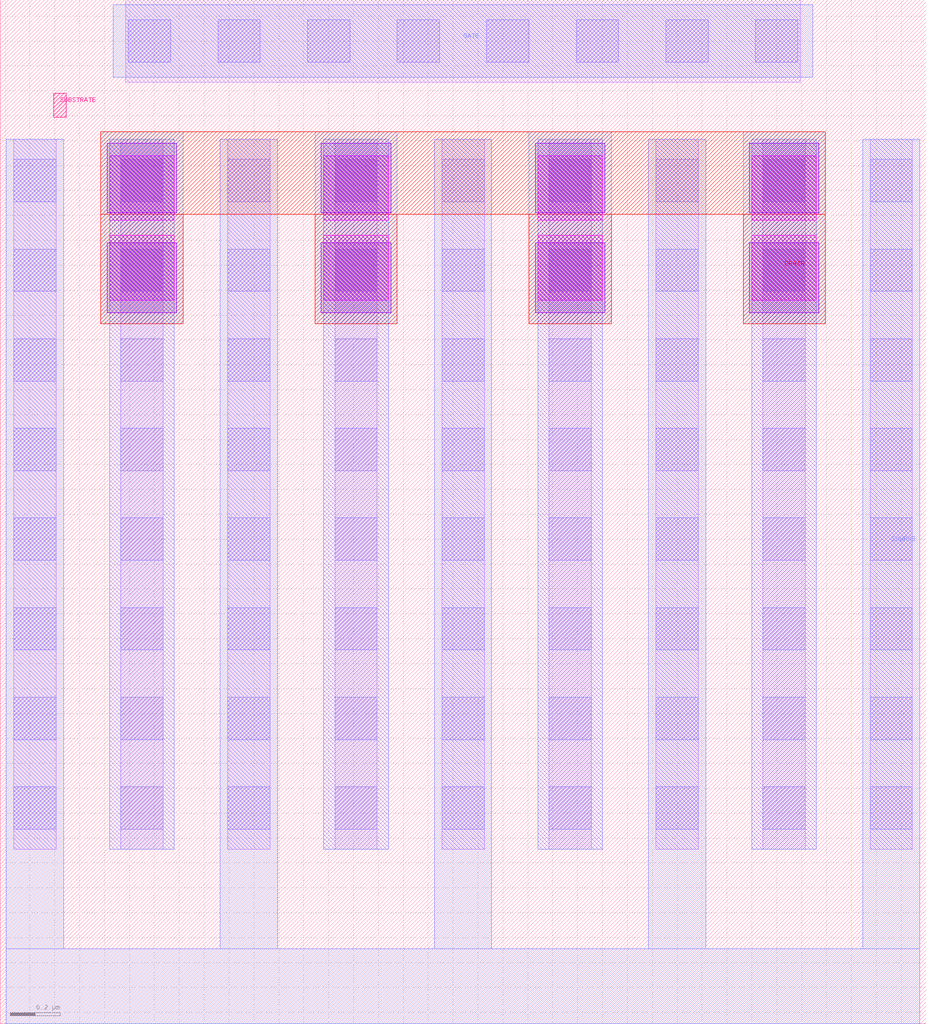
<source format=lef>
# Copyright 2020 The SkyWater PDK Authors
#
# Licensed under the Apache License, Version 2.0 (the "License");
# you may not use this file except in compliance with the License.
# You may obtain a copy of the License at
#
#     https://www.apache.org/licenses/LICENSE-2.0
#
# Unless required by applicable law or agreed to in writing, software
# distributed under the License is distributed on an "AS IS" BASIS,
# WITHOUT WARRANTIES OR CONDITIONS OF ANY KIND, either express or implied.
# See the License for the specific language governing permissions and
# limitations under the License.
#
# SPDX-License-Identifier: Apache-2.0

VERSION 5.7 ;
  NOWIREEXTENSIONATPIN ON ;
  DIVIDERCHAR "/" ;
  BUSBITCHARS "[]" ;
MACRO sky130_fd_pr__rf_nfet_01v8_lvt_aF08W3p00L0p15
  CLASS BLOCK ;
  FOREIGN sky130_fd_pr__rf_nfet_01v8_lvt_aF08W3p00L0p15 ;
  ORIGIN -0.180000  0.445000 ;
  SIZE  3.720000 BY  4.110000 ;
  PIN DRAIN
    ANTENNADIFFAREA  3.360000 ;
    PORT
      LAYER met3 ;
        RECT 0.585000 2.365000 0.915000 2.805000 ;
        RECT 0.585000 2.805000 3.495000 3.135000 ;
        RECT 1.445000 2.365000 1.775000 2.805000 ;
        RECT 2.305000 2.365000 2.635000 2.805000 ;
        RECT 3.165000 2.365000 3.495000 2.805000 ;
    END
  END DRAIN
  PIN GATE
    ANTENNAGATEAREA  3.600000 ;
    PORT
      LAYER met1 ;
        RECT 0.635000 3.355000 3.445000 3.645000 ;
    END
  END GATE
  PIN SOURCE
    ANTENNADIFFAREA  4.200000 ;
    PORT
      LAYER met1 ;
        RECT 0.205000 -0.445000 3.875000 -0.145000 ;
        RECT 0.205000 -0.145000 0.435000  3.105000 ;
        RECT 1.065000 -0.145000 1.295000  3.105000 ;
        RECT 1.925000 -0.145000 2.155000  3.105000 ;
        RECT 2.785000 -0.145000 3.015000  3.105000 ;
        RECT 3.645000 -0.145000 3.875000  3.105000 ;
    END
  END SOURCE
  PIN SUBSTRATE
    PORT
      LAYER pwell ;
        RECT 0.395000 3.195000 0.445000 3.290000 ;
    END
  END SUBSTRATE
  OBS
    LAYER li1 ;
      RECT 0.235000 0.255000 0.405000 3.105000 ;
      RECT 0.665000 0.255000 0.835000 3.105000 ;
      RECT 0.685000 3.335000 3.395000 3.665000 ;
      RECT 1.095000 0.255000 1.265000 3.105000 ;
      RECT 1.525000 0.255000 1.695000 3.105000 ;
      RECT 1.955000 0.255000 2.125000 3.105000 ;
      RECT 2.385000 0.255000 2.555000 3.105000 ;
      RECT 2.815000 0.255000 2.985000 3.105000 ;
      RECT 3.245000 0.255000 3.415000 3.105000 ;
      RECT 3.675000 0.255000 3.845000 3.105000 ;
    LAYER mcon ;
      RECT 0.235000 0.335000 0.405000 0.505000 ;
      RECT 0.235000 0.695000 0.405000 0.865000 ;
      RECT 0.235000 1.055000 0.405000 1.225000 ;
      RECT 0.235000 1.415000 0.405000 1.585000 ;
      RECT 0.235000 1.775000 0.405000 1.945000 ;
      RECT 0.235000 2.135000 0.405000 2.305000 ;
      RECT 0.235000 2.495000 0.405000 2.665000 ;
      RECT 0.235000 2.855000 0.405000 3.025000 ;
      RECT 0.665000 0.335000 0.835000 0.505000 ;
      RECT 0.665000 0.695000 0.835000 0.865000 ;
      RECT 0.665000 1.055000 0.835000 1.225000 ;
      RECT 0.665000 1.415000 0.835000 1.585000 ;
      RECT 0.665000 1.775000 0.835000 1.945000 ;
      RECT 0.665000 2.135000 0.835000 2.305000 ;
      RECT 0.665000 2.495000 0.835000 2.665000 ;
      RECT 0.665000 2.855000 0.835000 3.025000 ;
      RECT 0.695000 3.415000 0.865000 3.585000 ;
      RECT 1.055000 3.415000 1.225000 3.585000 ;
      RECT 1.095000 0.335000 1.265000 0.505000 ;
      RECT 1.095000 0.695000 1.265000 0.865000 ;
      RECT 1.095000 1.055000 1.265000 1.225000 ;
      RECT 1.095000 1.415000 1.265000 1.585000 ;
      RECT 1.095000 1.775000 1.265000 1.945000 ;
      RECT 1.095000 2.135000 1.265000 2.305000 ;
      RECT 1.095000 2.495000 1.265000 2.665000 ;
      RECT 1.095000 2.855000 1.265000 3.025000 ;
      RECT 1.415000 3.415000 1.585000 3.585000 ;
      RECT 1.525000 0.335000 1.695000 0.505000 ;
      RECT 1.525000 0.695000 1.695000 0.865000 ;
      RECT 1.525000 1.055000 1.695000 1.225000 ;
      RECT 1.525000 1.415000 1.695000 1.585000 ;
      RECT 1.525000 1.775000 1.695000 1.945000 ;
      RECT 1.525000 2.135000 1.695000 2.305000 ;
      RECT 1.525000 2.495000 1.695000 2.665000 ;
      RECT 1.525000 2.855000 1.695000 3.025000 ;
      RECT 1.775000 3.415000 1.945000 3.585000 ;
      RECT 1.955000 0.335000 2.125000 0.505000 ;
      RECT 1.955000 0.695000 2.125000 0.865000 ;
      RECT 1.955000 1.055000 2.125000 1.225000 ;
      RECT 1.955000 1.415000 2.125000 1.585000 ;
      RECT 1.955000 1.775000 2.125000 1.945000 ;
      RECT 1.955000 2.135000 2.125000 2.305000 ;
      RECT 1.955000 2.495000 2.125000 2.665000 ;
      RECT 1.955000 2.855000 2.125000 3.025000 ;
      RECT 2.135000 3.415000 2.305000 3.585000 ;
      RECT 2.385000 0.335000 2.555000 0.505000 ;
      RECT 2.385000 0.695000 2.555000 0.865000 ;
      RECT 2.385000 1.055000 2.555000 1.225000 ;
      RECT 2.385000 1.415000 2.555000 1.585000 ;
      RECT 2.385000 1.775000 2.555000 1.945000 ;
      RECT 2.385000 2.135000 2.555000 2.305000 ;
      RECT 2.385000 2.495000 2.555000 2.665000 ;
      RECT 2.385000 2.855000 2.555000 3.025000 ;
      RECT 2.495000 3.415000 2.665000 3.585000 ;
      RECT 2.815000 0.335000 2.985000 0.505000 ;
      RECT 2.815000 0.695000 2.985000 0.865000 ;
      RECT 2.815000 1.055000 2.985000 1.225000 ;
      RECT 2.815000 1.415000 2.985000 1.585000 ;
      RECT 2.815000 1.775000 2.985000 1.945000 ;
      RECT 2.815000 2.135000 2.985000 2.305000 ;
      RECT 2.815000 2.495000 2.985000 2.665000 ;
      RECT 2.815000 2.855000 2.985000 3.025000 ;
      RECT 2.855000 3.415000 3.025000 3.585000 ;
      RECT 3.215000 3.415000 3.385000 3.585000 ;
      RECT 3.245000 0.335000 3.415000 0.505000 ;
      RECT 3.245000 0.695000 3.415000 0.865000 ;
      RECT 3.245000 1.055000 3.415000 1.225000 ;
      RECT 3.245000 1.415000 3.415000 1.585000 ;
      RECT 3.245000 1.775000 3.415000 1.945000 ;
      RECT 3.245000 2.135000 3.415000 2.305000 ;
      RECT 3.245000 2.495000 3.415000 2.665000 ;
      RECT 3.245000 2.855000 3.415000 3.025000 ;
      RECT 3.675000 0.335000 3.845000 0.505000 ;
      RECT 3.675000 0.695000 3.845000 0.865000 ;
      RECT 3.675000 1.055000 3.845000 1.225000 ;
      RECT 3.675000 1.415000 3.845000 1.585000 ;
      RECT 3.675000 1.775000 3.845000 1.945000 ;
      RECT 3.675000 2.135000 3.845000 2.305000 ;
      RECT 3.675000 2.495000 3.845000 2.665000 ;
      RECT 3.675000 2.855000 3.845000 3.025000 ;
    LAYER met1 ;
      RECT 0.620000 0.255000 0.880000 3.105000 ;
      RECT 1.480000 0.255000 1.740000 3.105000 ;
      RECT 2.340000 0.255000 2.600000 3.105000 ;
      RECT 3.200000 0.255000 3.460000 3.105000 ;
    LAYER met2 ;
      RECT 0.585000 2.365000 0.915000 3.135000 ;
      RECT 1.445000 2.365000 1.775000 3.135000 ;
      RECT 2.305000 2.365000 2.635000 3.135000 ;
      RECT 3.165000 2.365000 3.495000 3.135000 ;
    LAYER via ;
      RECT 0.620000 2.460000 0.880000 2.720000 ;
      RECT 0.620000 2.780000 0.880000 3.040000 ;
      RECT 1.480000 2.460000 1.740000 2.720000 ;
      RECT 1.480000 2.780000 1.740000 3.040000 ;
      RECT 2.340000 2.460000 2.600000 2.720000 ;
      RECT 2.340000 2.780000 2.600000 3.040000 ;
      RECT 3.200000 2.460000 3.460000 2.720000 ;
      RECT 3.200000 2.780000 3.460000 3.040000 ;
    LAYER via2 ;
      RECT 0.610000 2.410000 0.890000 2.690000 ;
      RECT 0.610000 2.810000 0.890000 3.090000 ;
      RECT 1.470000 2.410000 1.750000 2.690000 ;
      RECT 1.470000 2.810000 1.750000 3.090000 ;
      RECT 2.330000 2.410000 2.610000 2.690000 ;
      RECT 2.330000 2.810000 2.610000 3.090000 ;
      RECT 3.190000 2.410000 3.470000 2.690000 ;
      RECT 3.190000 2.810000 3.470000 3.090000 ;
  END
END sky130_fd_pr__rf_nfet_01v8_lvt_aF08W3p00L0p15
END LIBRARY

</source>
